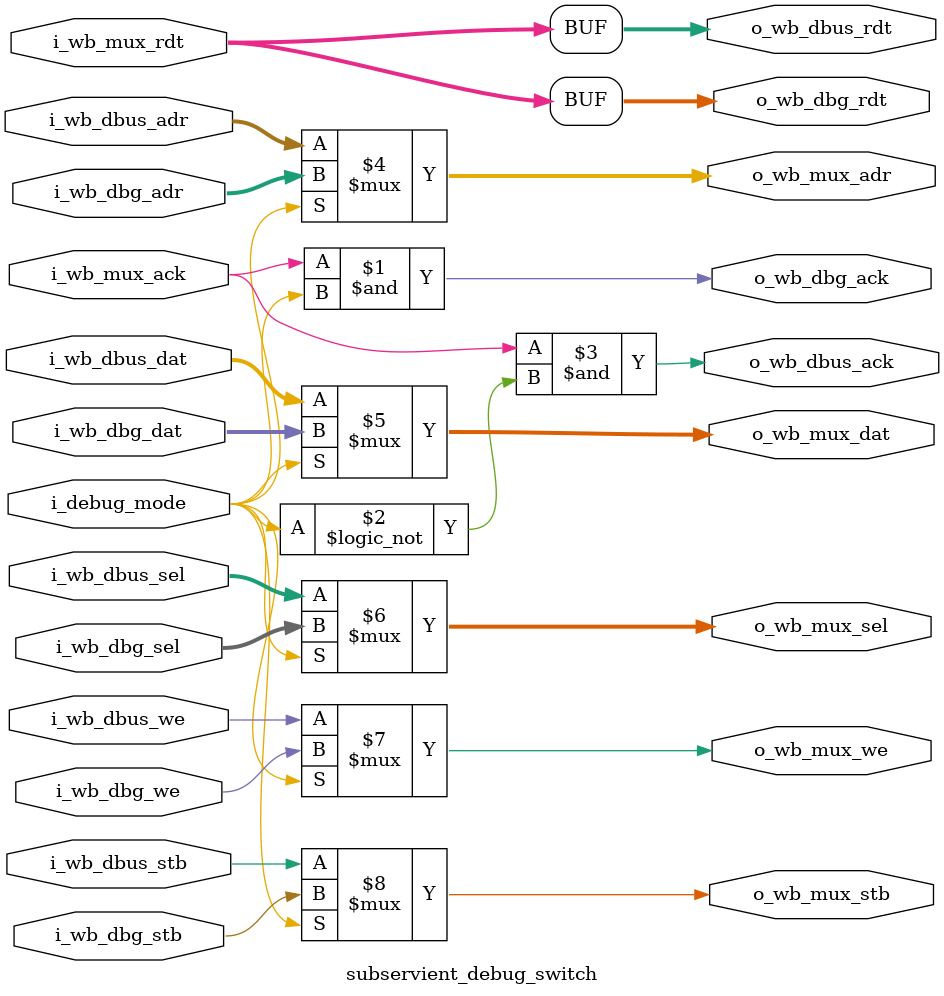
<source format=v>
/*
 * subservient_debug_switch.v : Wishbone debug switch for subservient SoC
 *
 * SPDX-FileCopyrightText: 2021 Olof Kindgren <olof.kindgren@gmail.com>
 * SPDX-License-Identifier: Apache-2.0
 */

module subservient_debug_switch
  (//Debug selector
   input wire 	      i_debug_mode,

   //Debug interface
   input wire [31:0]  i_wb_dbg_adr,
   input wire [31:0]  i_wb_dbg_dat,
   input wire [3:0]   i_wb_dbg_sel,
   input wire 	      i_wb_dbg_we,
   input wire 	      i_wb_dbg_stb,
   output wire [31:0] o_wb_dbg_rdt,
   output wire 	      o_wb_dbg_ack,

   //Data bus interface towards CPU
   input wire [31:0]  i_wb_dbus_adr,
   input wire [31:0]  i_wb_dbus_dat,
   input wire [3:0]   i_wb_dbus_sel,
   input wire 	      i_wb_dbus_we,
   input wire 	      i_wb_dbus_stb,
   output wire [31:0] o_wb_dbus_rdt,
   output wire 	      o_wb_dbus_ack,

   //Data bus interface towards memory/peripherals
   output wire [31:0] o_wb_mux_adr,
   output wire [31:0] o_wb_mux_dat,
   output wire [3:0]  o_wb_mux_sel,
   output wire 	      o_wb_mux_we,
   output wire 	      o_wb_mux_stb,
   input wire [31:0]  i_wb_mux_rdt,
   input wire 	      i_wb_mux_ack);

   assign o_wb_dbg_rdt  = i_wb_mux_rdt;
   assign o_wb_dbg_ack  = i_wb_mux_ack & i_debug_mode;

   assign o_wb_dbus_rdt = i_wb_mux_rdt;
   assign o_wb_dbus_ack = i_wb_mux_ack & !i_debug_mode;

   assign o_wb_mux_adr = i_debug_mode ? i_wb_dbg_adr : i_wb_dbus_adr;
   assign o_wb_mux_dat = i_debug_mode ? i_wb_dbg_dat : i_wb_dbus_dat;
   assign o_wb_mux_sel = i_debug_mode ? i_wb_dbg_sel : i_wb_dbus_sel;
   assign o_wb_mux_we  = i_debug_mode ? i_wb_dbg_we  : i_wb_dbus_we ;
   assign o_wb_mux_stb = i_debug_mode ? i_wb_dbg_stb : i_wb_dbus_stb;


endmodule

</source>
